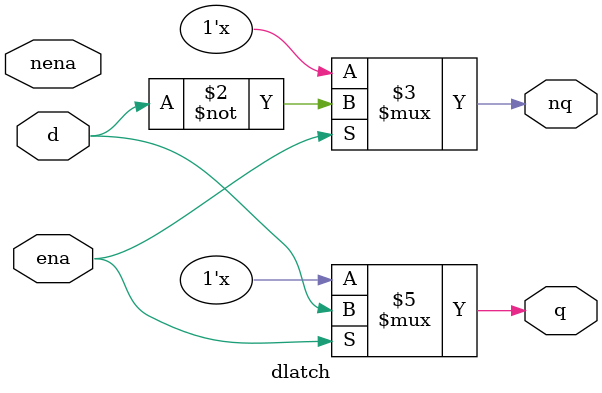
<source format=v>

module dlatch(
    d,
    q,
    nq,
    ena,
    nena
    );
    
    input       d;
    input       ena;
    input       nena;
    output  reg q;
    output  reg nq;

    always @(d,ena,nena) begin: d_latch_procedure
        if(ena) begin
            q<=d;
            nq<=~d;
        end // if( le='1')
        else begin
        end

    end // d_latch_procedure

    



endmodule // dlatch

</source>
